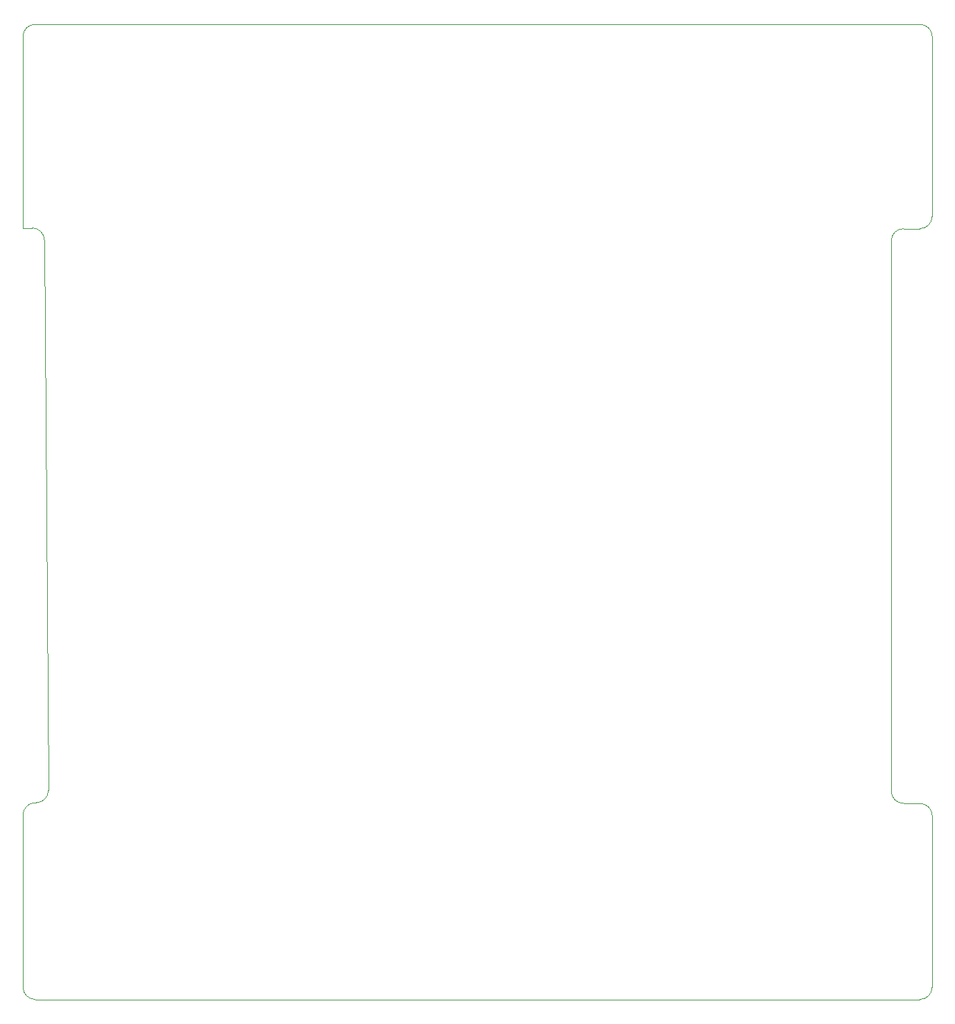
<source format=gbr>
%TF.GenerationSoftware,KiCad,Pcbnew,8.0.2-rc1*%
%TF.CreationDate,2024-12-28T13:04:23+01:00*%
%TF.ProjectId,Carte-Principale,43617274-652d-4507-9269-6e636970616c,V1*%
%TF.SameCoordinates,Original*%
%TF.FileFunction,Profile,NP*%
%FSLAX46Y46*%
G04 Gerber Fmt 4.6, Leading zero omitted, Abs format (unit mm)*
G04 Created by KiCad (PCBNEW 8.0.2-rc1) date 2024-12-28 13:04:23*
%MOMM*%
%LPD*%
G01*
G04 APERTURE LIST*
%TA.AperFunction,Profile*%
%ADD10C,0.050000*%
%TD*%
G04 APERTURE END LIST*
D10*
X205060000Y-55436000D02*
G75*
G02*
X206560000Y-53936000I1500000J0D01*
G01*
X100560000Y-124000000D02*
X100661099Y-124000000D01*
X208560000Y-148000000D02*
X100560000Y-148000000D01*
X210060000Y-125580000D02*
X210060000Y-146500000D01*
X100174823Y-53848000D02*
X99060000Y-53848000D01*
X100560000Y-29000000D02*
X208560000Y-29000000D01*
X208560000Y-29000000D02*
G75*
G02*
X210060000Y-30500000I0J-1500000D01*
G01*
X205060000Y-55436000D02*
X205060000Y-122580000D01*
X100560000Y-148000000D02*
G75*
G02*
X99060000Y-146500000I0J1500000D01*
G01*
X99060000Y-146500000D02*
X99060000Y-125500000D01*
X210060000Y-146500000D02*
G75*
G02*
X208560000Y-148000000I-1500000J0D01*
G01*
X100174823Y-53848000D02*
G75*
G02*
X101674761Y-55337138I-23J-1500000D01*
G01*
X208560000Y-53936000D02*
X206560000Y-53936000D01*
X99060000Y-53848000D02*
X99060000Y-30500000D01*
X208560000Y-124080000D02*
G75*
G02*
X210060000Y-125580000I0J-1500000D01*
G01*
X102161059Y-122489138D02*
X101674783Y-55337138D01*
X102161059Y-122489138D02*
G75*
G02*
X100661099Y-123999998I-1499959J-10862D01*
G01*
X206560000Y-124080000D02*
X208560000Y-124080000D01*
X210060000Y-30500000D02*
X210060000Y-52436000D01*
X99060000Y-30500000D02*
G75*
G02*
X100560000Y-29000000I1500000J0D01*
G01*
X210060000Y-52436000D02*
G75*
G02*
X208560000Y-53936000I-1500000J0D01*
G01*
X99060000Y-125500000D02*
G75*
G02*
X100560000Y-124000000I1500000J0D01*
G01*
X206560000Y-124080000D02*
G75*
G02*
X205060000Y-122580000I0J1500000D01*
G01*
M02*

</source>
